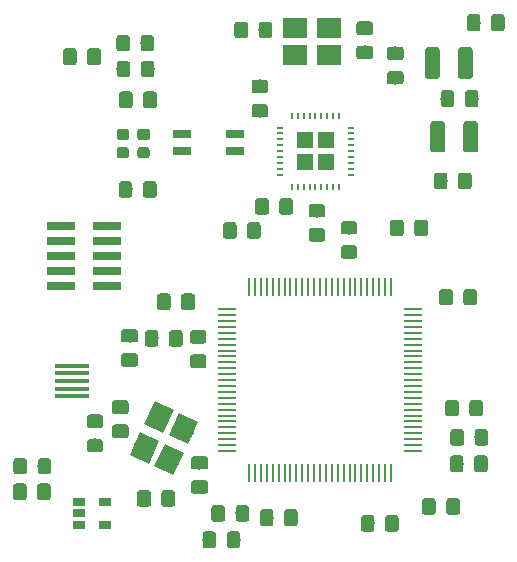
<source format=gtp>
G04 #@! TF.GenerationSoftware,KiCad,Pcbnew,(5.99.0-97-g37fac7a8f)*
G04 #@! TF.CreationDate,2019-12-11T21:19:42+01:00*
G04 #@! TF.ProjectId,canbox,63616e62-6f78-42e6-9b69-6361645f7063,rev?*
G04 #@! TF.SameCoordinates,Original*
G04 #@! TF.FileFunction,Paste,Top*
G04 #@! TF.FilePolarity,Positive*
%FSLAX46Y46*%
G04 Gerber Fmt 4.6, Leading zero omitted, Abs format (unit mm)*
G04 Created by KiCad (PCBNEW (5.99.0-97-g37fac7a8f)) date 2019-12-11 21:19:42*
%MOMM*%
%LPD*%
G04 APERTURE LIST*
%ADD10C,0.100000*%
%ADD11C,1.150000*%
%ADD12C,1.800000*%
%ADD13C,0.950000*%
%ADD14R,1.524000X0.700000*%
%ADD15R,1.500000X0.280000*%
%ADD16R,0.280000X1.500000*%
%ADD17R,2.400000X0.740000*%
%ADD18R,1.450000X1.450000*%
%ADD19O,0.600000X0.250000*%
%ADD20O,0.250000X0.600000*%
%ADD21C,1.250000*%
%ADD22R,1.060000X0.650000*%
%ADD23R,2.100000X1.800000*%
%ADD24R,3.000000X0.400000*%
G04 APERTURE END LIST*
D10*
G36*
X38051931Y-65836550D02*
G01*
X38133037Y-65890743D01*
X38187230Y-65971849D01*
X38206260Y-66067519D01*
X38206260Y-66967521D01*
X38187230Y-67063191D01*
X38133037Y-67144297D01*
X38051931Y-67198490D01*
X37956261Y-67217520D01*
X37306259Y-67217520D01*
X37210589Y-67198490D01*
X37129483Y-67144297D01*
X37075290Y-67063191D01*
X37056260Y-66967521D01*
X37056260Y-66067519D01*
X37075290Y-65971849D01*
X37129483Y-65890743D01*
X37210589Y-65836550D01*
X37306259Y-65817520D01*
X37956261Y-65817520D01*
X38051931Y-65836550D01*
X38051931Y-65836550D01*
G37*
D11*
X37631260Y-66517520D03*
D10*
G36*
X40101931Y-65836550D02*
G01*
X40183037Y-65890743D01*
X40237230Y-65971849D01*
X40256260Y-66067519D01*
X40256260Y-66967521D01*
X40237230Y-67063191D01*
X40183037Y-67144297D01*
X40101931Y-67198490D01*
X40006261Y-67217520D01*
X39356259Y-67217520D01*
X39260589Y-67198490D01*
X39179483Y-67144297D01*
X39125290Y-67063191D01*
X39106260Y-66967521D01*
X39106260Y-66067519D01*
X39125290Y-65971849D01*
X39179483Y-65890743D01*
X39260589Y-65836550D01*
X39356259Y-65817520D01*
X40006261Y-65817520D01*
X40101931Y-65836550D01*
X40101931Y-65836550D01*
G37*
D11*
X39681260Y-66517520D03*
D12*
X35447040Y-57103040D03*
D10*
G36*
X35075112Y-55771060D02*
G01*
X36706466Y-56531773D01*
X35818968Y-58435020D01*
X34187614Y-57674307D01*
X35075112Y-55771060D01*
X35075112Y-55771060D01*
G37*
D12*
X34221447Y-59731332D03*
D10*
G36*
X33849519Y-58399352D02*
G01*
X35480873Y-59160065D01*
X34593375Y-61063312D01*
X32962021Y-60302599D01*
X33849519Y-58399352D01*
X33849519Y-58399352D01*
G37*
D12*
X32136940Y-58759310D03*
D10*
G36*
X31765012Y-57427330D02*
G01*
X33396366Y-58188043D01*
X32508868Y-60091290D01*
X30877514Y-59330577D01*
X31765012Y-57427330D01*
X31765012Y-57427330D01*
G37*
D12*
X33362533Y-56131018D03*
D10*
G36*
X32990605Y-54799038D02*
G01*
X34621959Y-55559751D01*
X33734461Y-57462998D01*
X32103107Y-56702285D01*
X32990605Y-54799038D01*
X32990605Y-54799038D01*
G37*
G36*
X30685427Y-33282119D02*
G01*
X30762478Y-33333602D01*
X30813961Y-33410653D01*
X30832040Y-33501540D01*
X30832040Y-33976540D01*
X30813961Y-34067427D01*
X30762478Y-34144478D01*
X30685427Y-34195961D01*
X30594540Y-34214040D01*
X30019540Y-34214040D01*
X29928653Y-34195961D01*
X29851602Y-34144478D01*
X29800119Y-34067427D01*
X29782040Y-33976540D01*
X29782040Y-33501540D01*
X29800119Y-33410653D01*
X29851602Y-33333602D01*
X29928653Y-33282119D01*
X30019540Y-33264040D01*
X30594540Y-33264040D01*
X30685427Y-33282119D01*
X30685427Y-33282119D01*
G37*
D13*
X30307040Y-33739040D03*
D10*
G36*
X32435427Y-33282119D02*
G01*
X32512478Y-33333602D01*
X32563961Y-33410653D01*
X32582040Y-33501540D01*
X32582040Y-33976540D01*
X32563961Y-34067427D01*
X32512478Y-34144478D01*
X32435427Y-34195961D01*
X32344540Y-34214040D01*
X31769540Y-34214040D01*
X31678653Y-34195961D01*
X31601602Y-34144478D01*
X31550119Y-34067427D01*
X31532040Y-33976540D01*
X31532040Y-33501540D01*
X31550119Y-33410653D01*
X31601602Y-33333602D01*
X31678653Y-33282119D01*
X31769540Y-33264040D01*
X32344540Y-33264040D01*
X32435427Y-33282119D01*
X32435427Y-33282119D01*
G37*
D13*
X32057040Y-33739040D03*
D10*
G36*
X32444427Y-31721119D02*
G01*
X32521478Y-31772602D01*
X32572961Y-31849653D01*
X32591040Y-31940540D01*
X32591040Y-32415540D01*
X32572961Y-32506427D01*
X32521478Y-32583478D01*
X32444427Y-32634961D01*
X32353540Y-32653040D01*
X31778540Y-32653040D01*
X31687653Y-32634961D01*
X31610602Y-32583478D01*
X31559119Y-32506427D01*
X31541040Y-32415540D01*
X31541040Y-31940540D01*
X31559119Y-31849653D01*
X31610602Y-31772602D01*
X31687653Y-31721119D01*
X31778540Y-31703040D01*
X32353540Y-31703040D01*
X32444427Y-31721119D01*
X32444427Y-31721119D01*
G37*
D13*
X32066040Y-32178040D03*
D10*
G36*
X30694427Y-31721119D02*
G01*
X30771478Y-31772602D01*
X30822961Y-31849653D01*
X30841040Y-31940540D01*
X30841040Y-32415540D01*
X30822961Y-32506427D01*
X30771478Y-32583478D01*
X30694427Y-32634961D01*
X30603540Y-32653040D01*
X30028540Y-32653040D01*
X29937653Y-32634961D01*
X29860602Y-32583478D01*
X29809119Y-32506427D01*
X29791040Y-32415540D01*
X29791040Y-31940540D01*
X29809119Y-31849653D01*
X29860602Y-31772602D01*
X29937653Y-31721119D01*
X30028540Y-31703040D01*
X30603540Y-31703040D01*
X30694427Y-31721119D01*
X30694427Y-31721119D01*
G37*
D13*
X30316040Y-32178040D03*
D14*
X39788040Y-32195040D03*
X39788040Y-33595040D03*
X35288040Y-33595040D03*
X35288040Y-32195040D03*
D15*
X39100000Y-53000000D03*
X39100000Y-52500000D03*
D16*
X41000000Y-45100000D03*
X41500000Y-45100000D03*
X42000000Y-45100000D03*
X42500000Y-45100000D03*
X43000000Y-45100000D03*
X43500000Y-45100000D03*
X44000000Y-45100000D03*
X44500000Y-45100000D03*
X45000000Y-45100000D03*
X45500000Y-45100000D03*
X46000000Y-45100000D03*
X46500000Y-45100000D03*
X47000000Y-45100000D03*
X47500000Y-45100000D03*
X48000000Y-45100000D03*
X48500000Y-45100000D03*
X49000000Y-45100000D03*
X49500000Y-45100000D03*
X50000000Y-45100000D03*
X50500000Y-45100000D03*
X51000000Y-45100000D03*
X51500000Y-45100000D03*
X52000000Y-45100000D03*
X52500000Y-45100000D03*
X53000000Y-45100000D03*
D15*
X54900000Y-47000000D03*
X54900000Y-47500000D03*
X54900000Y-48000000D03*
X54900000Y-48500000D03*
X54900000Y-49000000D03*
X54900000Y-49500000D03*
X54900000Y-50000000D03*
X54900000Y-50500000D03*
X54900000Y-51000000D03*
X54900000Y-51500000D03*
X54900000Y-52000000D03*
X54900000Y-52500000D03*
X54900000Y-53000000D03*
X54900000Y-53500000D03*
X54900000Y-54000000D03*
X54900000Y-54500000D03*
X54900000Y-55000000D03*
X54900000Y-55500000D03*
X54900000Y-56000000D03*
X54900000Y-56500000D03*
X54900000Y-57000000D03*
X54900000Y-57500000D03*
X54900000Y-58000000D03*
X54900000Y-58500000D03*
X54900000Y-59000000D03*
D16*
X53000000Y-60900000D03*
X52500000Y-60900000D03*
X52000000Y-60900000D03*
X51500000Y-60900000D03*
X51000000Y-60900000D03*
X50500000Y-60900000D03*
X50000000Y-60900000D03*
X49500000Y-60900000D03*
X49000000Y-60900000D03*
X48500000Y-60900000D03*
X48000000Y-60900000D03*
X47500000Y-60900000D03*
X47000000Y-60900000D03*
X46500000Y-60900000D03*
X46000000Y-60900000D03*
X45500000Y-60900000D03*
X45000000Y-60900000D03*
X44500000Y-60900000D03*
X44000000Y-60900000D03*
X43500000Y-60900000D03*
X43000000Y-60900000D03*
X42500000Y-60900000D03*
X42000000Y-60900000D03*
X41500000Y-60900000D03*
X41000000Y-60900000D03*
D15*
X39100000Y-59000000D03*
X39100000Y-58500000D03*
X39100000Y-58000000D03*
X39100000Y-57500000D03*
X39100000Y-57000000D03*
X39100000Y-56500000D03*
X39100000Y-56000000D03*
X39100000Y-55500000D03*
X39100000Y-55000000D03*
X39100000Y-54500000D03*
X39100000Y-54000000D03*
X39100000Y-53500000D03*
X39100000Y-52000000D03*
X39100000Y-51500000D03*
X39100000Y-51000000D03*
X39100000Y-50500000D03*
X39100000Y-50000000D03*
X39100000Y-49500000D03*
X39100000Y-49000000D03*
X39100000Y-48500000D03*
X39100000Y-48000000D03*
X39100000Y-47500000D03*
X39100000Y-47000000D03*
D17*
X28975040Y-45015040D03*
X25075040Y-45015040D03*
X28975040Y-43745040D03*
X25075040Y-43745040D03*
X28975040Y-42475040D03*
X25075040Y-42475040D03*
X28975040Y-41205040D03*
X25075040Y-41205040D03*
X28975040Y-39935040D03*
X25075040Y-39935040D03*
D18*
X45695040Y-34545040D03*
X47545040Y-34545040D03*
X45695040Y-32695040D03*
X47545040Y-32695040D03*
D19*
X49620040Y-31620040D03*
X49620040Y-32120040D03*
X49620040Y-32620040D03*
X49620040Y-33120040D03*
X49620040Y-33620040D03*
X49620040Y-34120040D03*
X49620040Y-34620040D03*
X49620040Y-35120040D03*
X49620040Y-35620040D03*
D20*
X48620040Y-36620040D03*
X48120040Y-36620040D03*
X47620040Y-36620040D03*
X47120040Y-36620040D03*
X46620040Y-36620040D03*
X46120040Y-36620040D03*
X45620040Y-36620040D03*
X45120040Y-36620040D03*
X44620040Y-36620040D03*
D19*
X43620040Y-35620040D03*
X43620040Y-35120040D03*
X43620040Y-34620040D03*
X43620040Y-34120040D03*
X43620040Y-33620040D03*
X43620040Y-33120040D03*
X43620040Y-32620040D03*
X43620040Y-32120040D03*
X43620040Y-31620040D03*
D20*
X44620040Y-30620040D03*
X45120040Y-30620040D03*
X45620040Y-30620040D03*
X46120040Y-30620040D03*
X46620040Y-30620040D03*
X47120040Y-30620040D03*
X47620040Y-30620040D03*
X48120040Y-30620040D03*
X48620040Y-30620040D03*
D10*
G36*
X47280711Y-40149070D02*
G01*
X47361817Y-40203263D01*
X47416010Y-40284369D01*
X47435040Y-40380039D01*
X47435040Y-41030041D01*
X47416010Y-41125711D01*
X47361817Y-41206817D01*
X47280711Y-41261010D01*
X47185041Y-41280040D01*
X46285039Y-41280040D01*
X46189369Y-41261010D01*
X46108263Y-41206817D01*
X46054070Y-41125711D01*
X46035040Y-41030041D01*
X46035040Y-40380039D01*
X46054070Y-40284369D01*
X46108263Y-40203263D01*
X46189369Y-40149070D01*
X46285039Y-40130040D01*
X47185041Y-40130040D01*
X47280711Y-40149070D01*
X47280711Y-40149070D01*
G37*
D11*
X46735040Y-40705040D03*
D10*
G36*
X47280711Y-38099070D02*
G01*
X47361817Y-38153263D01*
X47416010Y-38234369D01*
X47435040Y-38330039D01*
X47435040Y-38980041D01*
X47416010Y-39075711D01*
X47361817Y-39156817D01*
X47280711Y-39211010D01*
X47185041Y-39230040D01*
X46285039Y-39230040D01*
X46189369Y-39211010D01*
X46108263Y-39156817D01*
X46054070Y-39075711D01*
X46035040Y-38980041D01*
X46035040Y-38330039D01*
X46054070Y-38234369D01*
X46108263Y-38153263D01*
X46189369Y-38099070D01*
X46285039Y-38080040D01*
X47185041Y-38080040D01*
X47280711Y-38099070D01*
X47280711Y-38099070D01*
G37*
D11*
X46735040Y-38655040D03*
D10*
G36*
X59765711Y-24839070D02*
G01*
X59846817Y-24893263D01*
X59901010Y-24974369D01*
X59920040Y-25070040D01*
X59920040Y-27220040D01*
X59901010Y-27315711D01*
X59846817Y-27396817D01*
X59765711Y-27451010D01*
X59670040Y-27470040D01*
X58920040Y-27470040D01*
X58824369Y-27451010D01*
X58743263Y-27396817D01*
X58689070Y-27315711D01*
X58670040Y-27220040D01*
X58670040Y-25070040D01*
X58689070Y-24974369D01*
X58743263Y-24893263D01*
X58824369Y-24839070D01*
X58920040Y-24820040D01*
X59670040Y-24820040D01*
X59765711Y-24839070D01*
X59765711Y-24839070D01*
G37*
D21*
X59295040Y-26145040D03*
D10*
G36*
X56965711Y-24839070D02*
G01*
X57046817Y-24893263D01*
X57101010Y-24974369D01*
X57120040Y-25070040D01*
X57120040Y-27220040D01*
X57101010Y-27315711D01*
X57046817Y-27396817D01*
X56965711Y-27451010D01*
X56870040Y-27470040D01*
X56120040Y-27470040D01*
X56024369Y-27451010D01*
X55943263Y-27396817D01*
X55889070Y-27315711D01*
X55870040Y-27220040D01*
X55870040Y-25070040D01*
X55889070Y-24974369D01*
X55943263Y-24893263D01*
X56024369Y-24839070D01*
X56120040Y-24820040D01*
X56870040Y-24820040D01*
X56965711Y-24839070D01*
X56965711Y-24839070D01*
G37*
D21*
X56495040Y-26145040D03*
D10*
G36*
X60245093Y-31094651D02*
G01*
X60326199Y-31148844D01*
X60380392Y-31229950D01*
X60399422Y-31325621D01*
X60399422Y-33475621D01*
X60380392Y-33571292D01*
X60326199Y-33652398D01*
X60245093Y-33706591D01*
X60149422Y-33725621D01*
X59399422Y-33725621D01*
X59303751Y-33706591D01*
X59222645Y-33652398D01*
X59168452Y-33571292D01*
X59149422Y-33475621D01*
X59149422Y-31325621D01*
X59168452Y-31229950D01*
X59222645Y-31148844D01*
X59303751Y-31094651D01*
X59399422Y-31075621D01*
X60149422Y-31075621D01*
X60245093Y-31094651D01*
X60245093Y-31094651D01*
G37*
D21*
X59774422Y-32400621D03*
D10*
G36*
X57445093Y-31094651D02*
G01*
X57526199Y-31148844D01*
X57580392Y-31229950D01*
X57599422Y-31325621D01*
X57599422Y-33475621D01*
X57580392Y-33571292D01*
X57526199Y-33652398D01*
X57445093Y-33706591D01*
X57349422Y-33725621D01*
X56599422Y-33725621D01*
X56503751Y-33706591D01*
X56422645Y-33652398D01*
X56368452Y-33571292D01*
X56349422Y-33475621D01*
X56349422Y-31325621D01*
X56368452Y-31229950D01*
X56422645Y-31148844D01*
X56503751Y-31094651D01*
X56599422Y-31075621D01*
X57349422Y-31075621D01*
X57445093Y-31094651D01*
X57445093Y-31094651D01*
G37*
D21*
X56974422Y-32400621D03*
D22*
X28825040Y-63335040D03*
X28825040Y-65235040D03*
X26625040Y-65235040D03*
X26625040Y-64285040D03*
X26625040Y-63335040D03*
D23*
X47785040Y-25455040D03*
X44885040Y-25455040D03*
X44885040Y-23155040D03*
X47785040Y-23155040D03*
D10*
G36*
X57640711Y-35449070D02*
G01*
X57721817Y-35503263D01*
X57776010Y-35584369D01*
X57795040Y-35680039D01*
X57795040Y-36580041D01*
X57776010Y-36675711D01*
X57721817Y-36756817D01*
X57640711Y-36811010D01*
X57545041Y-36830040D01*
X56895039Y-36830040D01*
X56799369Y-36811010D01*
X56718263Y-36756817D01*
X56664070Y-36675711D01*
X56645040Y-36580041D01*
X56645040Y-35680039D01*
X56664070Y-35584369D01*
X56718263Y-35503263D01*
X56799369Y-35449070D01*
X56895039Y-35430040D01*
X57545041Y-35430040D01*
X57640711Y-35449070D01*
X57640711Y-35449070D01*
G37*
D11*
X57220040Y-36130040D03*
D10*
G36*
X59690711Y-35449070D02*
G01*
X59771817Y-35503263D01*
X59826010Y-35584369D01*
X59845040Y-35680039D01*
X59845040Y-36580041D01*
X59826010Y-36675711D01*
X59771817Y-36756817D01*
X59690711Y-36811010D01*
X59595041Y-36830040D01*
X58945039Y-36830040D01*
X58849369Y-36811010D01*
X58768263Y-36756817D01*
X58714070Y-36675711D01*
X58695040Y-36580041D01*
X58695040Y-35680039D01*
X58714070Y-35584369D01*
X58768263Y-35503263D01*
X58849369Y-35449070D01*
X58945039Y-35430040D01*
X59595041Y-35430040D01*
X59690711Y-35449070D01*
X59690711Y-35449070D01*
G37*
D11*
X59270040Y-36130040D03*
D10*
G36*
X60430711Y-22044070D02*
G01*
X60511817Y-22098263D01*
X60566010Y-22179369D01*
X60585040Y-22275039D01*
X60585040Y-23175041D01*
X60566010Y-23270711D01*
X60511817Y-23351817D01*
X60430711Y-23406010D01*
X60335041Y-23425040D01*
X59685039Y-23425040D01*
X59589369Y-23406010D01*
X59508263Y-23351817D01*
X59454070Y-23270711D01*
X59435040Y-23175041D01*
X59435040Y-22275039D01*
X59454070Y-22179369D01*
X59508263Y-22098263D01*
X59589369Y-22044070D01*
X59685039Y-22025040D01*
X60335041Y-22025040D01*
X60430711Y-22044070D01*
X60430711Y-22044070D01*
G37*
D11*
X60010040Y-22725040D03*
D10*
G36*
X62480711Y-22044070D02*
G01*
X62561817Y-22098263D01*
X62616010Y-22179369D01*
X62635040Y-22275039D01*
X62635040Y-23175041D01*
X62616010Y-23270711D01*
X62561817Y-23351817D01*
X62480711Y-23406010D01*
X62385041Y-23425040D01*
X61735039Y-23425040D01*
X61639369Y-23406010D01*
X61558263Y-23351817D01*
X61504070Y-23270711D01*
X61485040Y-23175041D01*
X61485040Y-22275039D01*
X61504070Y-22179369D01*
X61558263Y-22098263D01*
X61639369Y-22044070D01*
X61735039Y-22025040D01*
X62385041Y-22025040D01*
X62480711Y-22044070D01*
X62480711Y-22044070D01*
G37*
D11*
X62060040Y-22725040D03*
D10*
G36*
X58211711Y-28480070D02*
G01*
X58292817Y-28534263D01*
X58347010Y-28615369D01*
X58366040Y-28711039D01*
X58366040Y-29611041D01*
X58347010Y-29706711D01*
X58292817Y-29787817D01*
X58211711Y-29842010D01*
X58116041Y-29861040D01*
X57466039Y-29861040D01*
X57370369Y-29842010D01*
X57289263Y-29787817D01*
X57235070Y-29706711D01*
X57216040Y-29611041D01*
X57216040Y-28711039D01*
X57235070Y-28615369D01*
X57289263Y-28534263D01*
X57370369Y-28480070D01*
X57466039Y-28461040D01*
X58116041Y-28461040D01*
X58211711Y-28480070D01*
X58211711Y-28480070D01*
G37*
D11*
X57791040Y-29161040D03*
D10*
G36*
X60261711Y-28480070D02*
G01*
X60342817Y-28534263D01*
X60397010Y-28615369D01*
X60416040Y-28711039D01*
X60416040Y-29611041D01*
X60397010Y-29706711D01*
X60342817Y-29787817D01*
X60261711Y-29842010D01*
X60166041Y-29861040D01*
X59516039Y-29861040D01*
X59420369Y-29842010D01*
X59339263Y-29787817D01*
X59285070Y-29706711D01*
X59266040Y-29611041D01*
X59266040Y-28711039D01*
X59285070Y-28615369D01*
X59339263Y-28534263D01*
X59420369Y-28480070D01*
X59516039Y-28461040D01*
X60166041Y-28461040D01*
X60261711Y-28480070D01*
X60261711Y-28480070D01*
G37*
D11*
X59841040Y-29161040D03*
D10*
G36*
X42515711Y-37614070D02*
G01*
X42596817Y-37668263D01*
X42651010Y-37749369D01*
X42670040Y-37845039D01*
X42670040Y-38745041D01*
X42651010Y-38840711D01*
X42596817Y-38921817D01*
X42515711Y-38976010D01*
X42420041Y-38995040D01*
X41770039Y-38995040D01*
X41674369Y-38976010D01*
X41593263Y-38921817D01*
X41539070Y-38840711D01*
X41520040Y-38745041D01*
X41520040Y-37845039D01*
X41539070Y-37749369D01*
X41593263Y-37668263D01*
X41674369Y-37614070D01*
X41770039Y-37595040D01*
X42420041Y-37595040D01*
X42515711Y-37614070D01*
X42515711Y-37614070D01*
G37*
D11*
X42095040Y-38295040D03*
D10*
G36*
X44565711Y-37614070D02*
G01*
X44646817Y-37668263D01*
X44701010Y-37749369D01*
X44720040Y-37845039D01*
X44720040Y-38745041D01*
X44701010Y-38840711D01*
X44646817Y-38921817D01*
X44565711Y-38976010D01*
X44470041Y-38995040D01*
X43820039Y-38995040D01*
X43724369Y-38976010D01*
X43643263Y-38921817D01*
X43589070Y-38840711D01*
X43570040Y-38745041D01*
X43570040Y-37845039D01*
X43589070Y-37749369D01*
X43643263Y-37668263D01*
X43724369Y-37614070D01*
X43820039Y-37595040D01*
X44470041Y-37595040D01*
X44565711Y-37614070D01*
X44565711Y-37614070D01*
G37*
D11*
X44145040Y-38295040D03*
D10*
G36*
X58595711Y-54684070D02*
G01*
X58676817Y-54738263D01*
X58731010Y-54819369D01*
X58750040Y-54915039D01*
X58750040Y-55815041D01*
X58731010Y-55910711D01*
X58676817Y-55991817D01*
X58595711Y-56046010D01*
X58500041Y-56065040D01*
X57850039Y-56065040D01*
X57754369Y-56046010D01*
X57673263Y-55991817D01*
X57619070Y-55910711D01*
X57600040Y-55815041D01*
X57600040Y-54915039D01*
X57619070Y-54819369D01*
X57673263Y-54738263D01*
X57754369Y-54684070D01*
X57850039Y-54665040D01*
X58500041Y-54665040D01*
X58595711Y-54684070D01*
X58595711Y-54684070D01*
G37*
D11*
X58175040Y-55365040D03*
D10*
G36*
X60645711Y-54684070D02*
G01*
X60726817Y-54738263D01*
X60781010Y-54819369D01*
X60800040Y-54915039D01*
X60800040Y-55815041D01*
X60781010Y-55910711D01*
X60726817Y-55991817D01*
X60645711Y-56046010D01*
X60550041Y-56065040D01*
X59900039Y-56065040D01*
X59804369Y-56046010D01*
X59723263Y-55991817D01*
X59669070Y-55910711D01*
X59650040Y-55815041D01*
X59650040Y-54915039D01*
X59669070Y-54819369D01*
X59723263Y-54738263D01*
X59804369Y-54684070D01*
X59900039Y-54665040D01*
X60550041Y-54665040D01*
X60645711Y-54684070D01*
X60645711Y-54684070D01*
G37*
D11*
X60225040Y-55365040D03*
D10*
G36*
X59035711Y-57174070D02*
G01*
X59116817Y-57228263D01*
X59171010Y-57309369D01*
X59190040Y-57405039D01*
X59190040Y-58305041D01*
X59171010Y-58400711D01*
X59116817Y-58481817D01*
X59035711Y-58536010D01*
X58940041Y-58555040D01*
X58290039Y-58555040D01*
X58194369Y-58536010D01*
X58113263Y-58481817D01*
X58059070Y-58400711D01*
X58040040Y-58305041D01*
X58040040Y-57405039D01*
X58059070Y-57309369D01*
X58113263Y-57228263D01*
X58194369Y-57174070D01*
X58290039Y-57155040D01*
X58940041Y-57155040D01*
X59035711Y-57174070D01*
X59035711Y-57174070D01*
G37*
D11*
X58615040Y-57855040D03*
D10*
G36*
X61085711Y-57174070D02*
G01*
X61166817Y-57228263D01*
X61221010Y-57309369D01*
X61240040Y-57405039D01*
X61240040Y-58305041D01*
X61221010Y-58400711D01*
X61166817Y-58481817D01*
X61085711Y-58536010D01*
X60990041Y-58555040D01*
X60340039Y-58555040D01*
X60244369Y-58536010D01*
X60163263Y-58481817D01*
X60109070Y-58400711D01*
X60090040Y-58305041D01*
X60090040Y-57405039D01*
X60109070Y-57309369D01*
X60163263Y-57228263D01*
X60244369Y-57174070D01*
X60340039Y-57155040D01*
X60990041Y-57155040D01*
X61085711Y-57174070D01*
X61085711Y-57174070D01*
G37*
D11*
X60665040Y-57855040D03*
D10*
G36*
X34195711Y-45684070D02*
G01*
X34276817Y-45738263D01*
X34331010Y-45819369D01*
X34350040Y-45915039D01*
X34350040Y-46815041D01*
X34331010Y-46910711D01*
X34276817Y-46991817D01*
X34195711Y-47046010D01*
X34100041Y-47065040D01*
X33450039Y-47065040D01*
X33354369Y-47046010D01*
X33273263Y-46991817D01*
X33219070Y-46910711D01*
X33200040Y-46815041D01*
X33200040Y-45915039D01*
X33219070Y-45819369D01*
X33273263Y-45738263D01*
X33354369Y-45684070D01*
X33450039Y-45665040D01*
X34100041Y-45665040D01*
X34195711Y-45684070D01*
X34195711Y-45684070D01*
G37*
D11*
X33775040Y-46365040D03*
D10*
G36*
X36245711Y-45684070D02*
G01*
X36326817Y-45738263D01*
X36381010Y-45819369D01*
X36400040Y-45915039D01*
X36400040Y-46815041D01*
X36381010Y-46910711D01*
X36326817Y-46991817D01*
X36245711Y-47046010D01*
X36150041Y-47065040D01*
X35500039Y-47065040D01*
X35404369Y-47046010D01*
X35323263Y-46991817D01*
X35269070Y-46910711D01*
X35250040Y-46815041D01*
X35250040Y-45915039D01*
X35269070Y-45819369D01*
X35323263Y-45738263D01*
X35404369Y-45684070D01*
X35500039Y-45665040D01*
X36150041Y-45665040D01*
X36245711Y-45684070D01*
X36245711Y-45684070D01*
G37*
D11*
X35825040Y-46365040D03*
D10*
G36*
X33165093Y-48779651D02*
G01*
X33246199Y-48833844D01*
X33300392Y-48914950D01*
X33319422Y-49010620D01*
X33319422Y-49910622D01*
X33300392Y-50006292D01*
X33246199Y-50087398D01*
X33165093Y-50141591D01*
X33069423Y-50160621D01*
X32419421Y-50160621D01*
X32323751Y-50141591D01*
X32242645Y-50087398D01*
X32188452Y-50006292D01*
X32169422Y-49910622D01*
X32169422Y-49010620D01*
X32188452Y-48914950D01*
X32242645Y-48833844D01*
X32323751Y-48779651D01*
X32419421Y-48760621D01*
X33069423Y-48760621D01*
X33165093Y-48779651D01*
X33165093Y-48779651D01*
G37*
D11*
X32744422Y-49460621D03*
D10*
G36*
X35215093Y-48779651D02*
G01*
X35296199Y-48833844D01*
X35350392Y-48914950D01*
X35369422Y-49010620D01*
X35369422Y-49910622D01*
X35350392Y-50006292D01*
X35296199Y-50087398D01*
X35215093Y-50141591D01*
X35119423Y-50160621D01*
X34469421Y-50160621D01*
X34373751Y-50141591D01*
X34292645Y-50087398D01*
X34238452Y-50006292D01*
X34219422Y-49910622D01*
X34219422Y-49010620D01*
X34238452Y-48914950D01*
X34292645Y-48833844D01*
X34373751Y-48779651D01*
X34469421Y-48760621D01*
X35119423Y-48760621D01*
X35215093Y-48779651D01*
X35215093Y-48779651D01*
G37*
D11*
X34794422Y-49460621D03*
D10*
G36*
X21997711Y-61757070D02*
G01*
X22078817Y-61811263D01*
X22133010Y-61892369D01*
X22152040Y-61988039D01*
X22152040Y-62888041D01*
X22133010Y-62983711D01*
X22078817Y-63064817D01*
X21997711Y-63119010D01*
X21902041Y-63138040D01*
X21252039Y-63138040D01*
X21156369Y-63119010D01*
X21075263Y-63064817D01*
X21021070Y-62983711D01*
X21002040Y-62888041D01*
X21002040Y-61988039D01*
X21021070Y-61892369D01*
X21075263Y-61811263D01*
X21156369Y-61757070D01*
X21252039Y-61738040D01*
X21902041Y-61738040D01*
X21997711Y-61757070D01*
X21997711Y-61757070D01*
G37*
D11*
X21577040Y-62438040D03*
D10*
G36*
X24047711Y-61757070D02*
G01*
X24128817Y-61811263D01*
X24183010Y-61892369D01*
X24202040Y-61988039D01*
X24202040Y-62888041D01*
X24183010Y-62983711D01*
X24128817Y-63064817D01*
X24047711Y-63119010D01*
X23952041Y-63138040D01*
X23302039Y-63138040D01*
X23206369Y-63119010D01*
X23125263Y-63064817D01*
X23071070Y-62983711D01*
X23052040Y-62888041D01*
X23052040Y-61988039D01*
X23071070Y-61892369D01*
X23125263Y-61811263D01*
X23206369Y-61757070D01*
X23302039Y-61738040D01*
X23952041Y-61738040D01*
X24047711Y-61757070D01*
X24047711Y-61757070D01*
G37*
D11*
X23627040Y-62438040D03*
D10*
G36*
X30755711Y-23774070D02*
G01*
X30836817Y-23828263D01*
X30891010Y-23909369D01*
X30910040Y-24005039D01*
X30910040Y-24905041D01*
X30891010Y-25000711D01*
X30836817Y-25081817D01*
X30755711Y-25136010D01*
X30660041Y-25155040D01*
X30010039Y-25155040D01*
X29914369Y-25136010D01*
X29833263Y-25081817D01*
X29779070Y-25000711D01*
X29760040Y-24905041D01*
X29760040Y-24005039D01*
X29779070Y-23909369D01*
X29833263Y-23828263D01*
X29914369Y-23774070D01*
X30010039Y-23755040D01*
X30660041Y-23755040D01*
X30755711Y-23774070D01*
X30755711Y-23774070D01*
G37*
D11*
X30335040Y-24455040D03*
D10*
G36*
X32805711Y-23774070D02*
G01*
X32886817Y-23828263D01*
X32941010Y-23909369D01*
X32960040Y-24005039D01*
X32960040Y-24905041D01*
X32941010Y-25000711D01*
X32886817Y-25081817D01*
X32805711Y-25136010D01*
X32710041Y-25155040D01*
X32060039Y-25155040D01*
X31964369Y-25136010D01*
X31883263Y-25081817D01*
X31829070Y-25000711D01*
X31810040Y-24905041D01*
X31810040Y-24005039D01*
X31829070Y-23909369D01*
X31883263Y-23828263D01*
X31964369Y-23774070D01*
X32060039Y-23755040D01*
X32710041Y-23755040D01*
X32805711Y-23774070D01*
X32805711Y-23774070D01*
G37*
D11*
X32385040Y-24455040D03*
D10*
G36*
X33030711Y-28574070D02*
G01*
X33111817Y-28628263D01*
X33166010Y-28709369D01*
X33185040Y-28805039D01*
X33185040Y-29705041D01*
X33166010Y-29800711D01*
X33111817Y-29881817D01*
X33030711Y-29936010D01*
X32935041Y-29955040D01*
X32285039Y-29955040D01*
X32189369Y-29936010D01*
X32108263Y-29881817D01*
X32054070Y-29800711D01*
X32035040Y-29705041D01*
X32035040Y-28805039D01*
X32054070Y-28709369D01*
X32108263Y-28628263D01*
X32189369Y-28574070D01*
X32285039Y-28555040D01*
X32935041Y-28555040D01*
X33030711Y-28574070D01*
X33030711Y-28574070D01*
G37*
D11*
X32610040Y-29255040D03*
D10*
G36*
X30980711Y-28574070D02*
G01*
X31061817Y-28628263D01*
X31116010Y-28709369D01*
X31135040Y-28805039D01*
X31135040Y-29705041D01*
X31116010Y-29800711D01*
X31061817Y-29881817D01*
X30980711Y-29936010D01*
X30885041Y-29955040D01*
X30235039Y-29955040D01*
X30139369Y-29936010D01*
X30058263Y-29881817D01*
X30004070Y-29800711D01*
X29985040Y-29705041D01*
X29985040Y-28805039D01*
X30004070Y-28709369D01*
X30058263Y-28628263D01*
X30139369Y-28574070D01*
X30235039Y-28555040D01*
X30885041Y-28555040D01*
X30980711Y-28574070D01*
X30980711Y-28574070D01*
G37*
D11*
X30560040Y-29255040D03*
D10*
G36*
X33005711Y-36174070D02*
G01*
X33086817Y-36228263D01*
X33141010Y-36309369D01*
X33160040Y-36405039D01*
X33160040Y-37305041D01*
X33141010Y-37400711D01*
X33086817Y-37481817D01*
X33005711Y-37536010D01*
X32910041Y-37555040D01*
X32260039Y-37555040D01*
X32164369Y-37536010D01*
X32083263Y-37481817D01*
X32029070Y-37400711D01*
X32010040Y-37305041D01*
X32010040Y-36405039D01*
X32029070Y-36309369D01*
X32083263Y-36228263D01*
X32164369Y-36174070D01*
X32260039Y-36155040D01*
X32910041Y-36155040D01*
X33005711Y-36174070D01*
X33005711Y-36174070D01*
G37*
D11*
X32585040Y-36855040D03*
D10*
G36*
X30955711Y-36174070D02*
G01*
X31036817Y-36228263D01*
X31091010Y-36309369D01*
X31110040Y-36405039D01*
X31110040Y-37305041D01*
X31091010Y-37400711D01*
X31036817Y-37481817D01*
X30955711Y-37536010D01*
X30860041Y-37555040D01*
X30210039Y-37555040D01*
X30114369Y-37536010D01*
X30033263Y-37481817D01*
X29979070Y-37400711D01*
X29960040Y-37305041D01*
X29960040Y-36405039D01*
X29979070Y-36309369D01*
X30033263Y-36228263D01*
X30114369Y-36174070D01*
X30210039Y-36155040D01*
X30860041Y-36155040D01*
X30955711Y-36174070D01*
X30955711Y-36174070D01*
G37*
D11*
X30535040Y-36855040D03*
D10*
G36*
X53935711Y-26834070D02*
G01*
X54016817Y-26888263D01*
X54071010Y-26969369D01*
X54090040Y-27065039D01*
X54090040Y-27715041D01*
X54071010Y-27810711D01*
X54016817Y-27891817D01*
X53935711Y-27946010D01*
X53840041Y-27965040D01*
X52940039Y-27965040D01*
X52844369Y-27946010D01*
X52763263Y-27891817D01*
X52709070Y-27810711D01*
X52690040Y-27715041D01*
X52690040Y-27065039D01*
X52709070Y-26969369D01*
X52763263Y-26888263D01*
X52844369Y-26834070D01*
X52940039Y-26815040D01*
X53840041Y-26815040D01*
X53935711Y-26834070D01*
X53935711Y-26834070D01*
G37*
D11*
X53390040Y-27390040D03*
D10*
G36*
X53935711Y-24784070D02*
G01*
X54016817Y-24838263D01*
X54071010Y-24919369D01*
X54090040Y-25015039D01*
X54090040Y-25665041D01*
X54071010Y-25760711D01*
X54016817Y-25841817D01*
X53935711Y-25896010D01*
X53840041Y-25915040D01*
X52940039Y-25915040D01*
X52844369Y-25896010D01*
X52763263Y-25841817D01*
X52709070Y-25760711D01*
X52690040Y-25665041D01*
X52690040Y-25015039D01*
X52709070Y-24919369D01*
X52763263Y-24838263D01*
X52844369Y-24784070D01*
X52940039Y-24765040D01*
X53840041Y-24765040D01*
X53935711Y-24784070D01*
X53935711Y-24784070D01*
G37*
D11*
X53390040Y-25340040D03*
D10*
G36*
X53935711Y-39424070D02*
G01*
X54016817Y-39478263D01*
X54071010Y-39559369D01*
X54090040Y-39655039D01*
X54090040Y-40555041D01*
X54071010Y-40650711D01*
X54016817Y-40731817D01*
X53935711Y-40786010D01*
X53840041Y-40805040D01*
X53190039Y-40805040D01*
X53094369Y-40786010D01*
X53013263Y-40731817D01*
X52959070Y-40650711D01*
X52940040Y-40555041D01*
X52940040Y-39655039D01*
X52959070Y-39559369D01*
X53013263Y-39478263D01*
X53094369Y-39424070D01*
X53190039Y-39405040D01*
X53840041Y-39405040D01*
X53935711Y-39424070D01*
X53935711Y-39424070D01*
G37*
D11*
X53515040Y-40105040D03*
D10*
G36*
X55985711Y-39424070D02*
G01*
X56066817Y-39478263D01*
X56121010Y-39559369D01*
X56140040Y-39655039D01*
X56140040Y-40555041D01*
X56121010Y-40650711D01*
X56066817Y-40731817D01*
X55985711Y-40786010D01*
X55890041Y-40805040D01*
X55240039Y-40805040D01*
X55144369Y-40786010D01*
X55063263Y-40731817D01*
X55009070Y-40650711D01*
X54990040Y-40555041D01*
X54990040Y-39655039D01*
X55009070Y-39559369D01*
X55063263Y-39478263D01*
X55144369Y-39424070D01*
X55240039Y-39405040D01*
X55890041Y-39405040D01*
X55985711Y-39424070D01*
X55985711Y-39424070D01*
G37*
D11*
X55565040Y-40105040D03*
D10*
G36*
X50000711Y-39539070D02*
G01*
X50081817Y-39593263D01*
X50136010Y-39674369D01*
X50155040Y-39770039D01*
X50155040Y-40420041D01*
X50136010Y-40515711D01*
X50081817Y-40596817D01*
X50000711Y-40651010D01*
X49905041Y-40670040D01*
X49005039Y-40670040D01*
X48909369Y-40651010D01*
X48828263Y-40596817D01*
X48774070Y-40515711D01*
X48755040Y-40420041D01*
X48755040Y-39770039D01*
X48774070Y-39674369D01*
X48828263Y-39593263D01*
X48909369Y-39539070D01*
X49005039Y-39520040D01*
X49905041Y-39520040D01*
X50000711Y-39539070D01*
X50000711Y-39539070D01*
G37*
D11*
X49455040Y-40095040D03*
D10*
G36*
X50000711Y-41589070D02*
G01*
X50081817Y-41643263D01*
X50136010Y-41724369D01*
X50155040Y-41820039D01*
X50155040Y-42470041D01*
X50136010Y-42565711D01*
X50081817Y-42646817D01*
X50000711Y-42701010D01*
X49905041Y-42720040D01*
X49005039Y-42720040D01*
X48909369Y-42701010D01*
X48828263Y-42646817D01*
X48774070Y-42565711D01*
X48755040Y-42470041D01*
X48755040Y-41820039D01*
X48774070Y-41724369D01*
X48828263Y-41643263D01*
X48909369Y-41589070D01*
X49005039Y-41570040D01*
X49905041Y-41570040D01*
X50000711Y-41589070D01*
X50000711Y-41589070D01*
G37*
D11*
X49455040Y-42145040D03*
D24*
X26000000Y-54370000D03*
X26000000Y-53720000D03*
X26000000Y-53070000D03*
X26000000Y-52420000D03*
X26000000Y-51770000D03*
D10*
G36*
X22045711Y-59598070D02*
G01*
X22126817Y-59652263D01*
X22181010Y-59733369D01*
X22200040Y-59829039D01*
X22200040Y-60729041D01*
X22181010Y-60824711D01*
X22126817Y-60905817D01*
X22045711Y-60960010D01*
X21950041Y-60979040D01*
X21300039Y-60979040D01*
X21204369Y-60960010D01*
X21123263Y-60905817D01*
X21069070Y-60824711D01*
X21050040Y-60729041D01*
X21050040Y-59829039D01*
X21069070Y-59733369D01*
X21123263Y-59652263D01*
X21204369Y-59598070D01*
X21300039Y-59579040D01*
X21950041Y-59579040D01*
X22045711Y-59598070D01*
X22045711Y-59598070D01*
G37*
D11*
X21625040Y-60279040D03*
D10*
G36*
X24095711Y-59598070D02*
G01*
X24176817Y-59652263D01*
X24231010Y-59733369D01*
X24250040Y-59829039D01*
X24250040Y-60729041D01*
X24231010Y-60824711D01*
X24176817Y-60905817D01*
X24095711Y-60960010D01*
X24000041Y-60979040D01*
X23350039Y-60979040D01*
X23254369Y-60960010D01*
X23173263Y-60905817D01*
X23119070Y-60824711D01*
X23100040Y-60729041D01*
X23100040Y-59829039D01*
X23119070Y-59733369D01*
X23173263Y-59652263D01*
X23254369Y-59598070D01*
X23350039Y-59579040D01*
X24000041Y-59579040D01*
X24095711Y-59598070D01*
X24095711Y-59598070D01*
G37*
D11*
X23675040Y-60279040D03*
D10*
G36*
X26242091Y-24919690D02*
G01*
X26323197Y-24973883D01*
X26377390Y-25054989D01*
X26396420Y-25150659D01*
X26396420Y-26050661D01*
X26377390Y-26146331D01*
X26323197Y-26227437D01*
X26242091Y-26281630D01*
X26146421Y-26300660D01*
X25496419Y-26300660D01*
X25400749Y-26281630D01*
X25319643Y-26227437D01*
X25265450Y-26146331D01*
X25246420Y-26050661D01*
X25246420Y-25150659D01*
X25265450Y-25054989D01*
X25319643Y-24973883D01*
X25400749Y-24919690D01*
X25496419Y-24900660D01*
X26146421Y-24900660D01*
X26242091Y-24919690D01*
X26242091Y-24919690D01*
G37*
D11*
X25821420Y-25600660D03*
D10*
G36*
X28292091Y-24919690D02*
G01*
X28373197Y-24973883D01*
X28427390Y-25054989D01*
X28446420Y-25150659D01*
X28446420Y-26050661D01*
X28427390Y-26146331D01*
X28373197Y-26227437D01*
X28292091Y-26281630D01*
X28196421Y-26300660D01*
X27546419Y-26300660D01*
X27450749Y-26281630D01*
X27369643Y-26227437D01*
X27315450Y-26146331D01*
X27296420Y-26050661D01*
X27296420Y-25150659D01*
X27315450Y-25054989D01*
X27369643Y-24973883D01*
X27450749Y-24919690D01*
X27546419Y-24900660D01*
X28196421Y-24900660D01*
X28292091Y-24919690D01*
X28292091Y-24919690D01*
G37*
D11*
X27871420Y-25600660D03*
D10*
G36*
X44955711Y-63954070D02*
G01*
X45036817Y-64008263D01*
X45091010Y-64089369D01*
X45110040Y-64185039D01*
X45110040Y-65085041D01*
X45091010Y-65180711D01*
X45036817Y-65261817D01*
X44955711Y-65316010D01*
X44860041Y-65335040D01*
X44210039Y-65335040D01*
X44114369Y-65316010D01*
X44033263Y-65261817D01*
X43979070Y-65180711D01*
X43960040Y-65085041D01*
X43960040Y-64185039D01*
X43979070Y-64089369D01*
X44033263Y-64008263D01*
X44114369Y-63954070D01*
X44210039Y-63935040D01*
X44860041Y-63935040D01*
X44955711Y-63954070D01*
X44955711Y-63954070D01*
G37*
D11*
X44535040Y-64635040D03*
D10*
G36*
X42905711Y-63954070D02*
G01*
X42986817Y-64008263D01*
X43041010Y-64089369D01*
X43060040Y-64185039D01*
X43060040Y-65085041D01*
X43041010Y-65180711D01*
X42986817Y-65261817D01*
X42905711Y-65316010D01*
X42810041Y-65335040D01*
X42160039Y-65335040D01*
X42064369Y-65316010D01*
X41983263Y-65261817D01*
X41929070Y-65180711D01*
X41910040Y-65085041D01*
X41910040Y-64185039D01*
X41929070Y-64089369D01*
X41983263Y-64008263D01*
X42064369Y-63954070D01*
X42160039Y-63935040D01*
X42810041Y-63935040D01*
X42905711Y-63954070D01*
X42905711Y-63954070D01*
G37*
D11*
X42485040Y-64635040D03*
D10*
G36*
X28495093Y-55929651D02*
G01*
X28576199Y-55983844D01*
X28630392Y-56064950D01*
X28649422Y-56160620D01*
X28649422Y-56810622D01*
X28630392Y-56906292D01*
X28576199Y-56987398D01*
X28495093Y-57041591D01*
X28399423Y-57060621D01*
X27499421Y-57060621D01*
X27403751Y-57041591D01*
X27322645Y-56987398D01*
X27268452Y-56906292D01*
X27249422Y-56810622D01*
X27249422Y-56160620D01*
X27268452Y-56064950D01*
X27322645Y-55983844D01*
X27403751Y-55929651D01*
X27499421Y-55910621D01*
X28399423Y-55910621D01*
X28495093Y-55929651D01*
X28495093Y-55929651D01*
G37*
D11*
X27949422Y-56485621D03*
D10*
G36*
X28495093Y-57979651D02*
G01*
X28576199Y-58033844D01*
X28630392Y-58114950D01*
X28649422Y-58210620D01*
X28649422Y-58860622D01*
X28630392Y-58956292D01*
X28576199Y-59037398D01*
X28495093Y-59091591D01*
X28399423Y-59110621D01*
X27499421Y-59110621D01*
X27403751Y-59091591D01*
X27322645Y-59037398D01*
X27268452Y-58956292D01*
X27249422Y-58860622D01*
X27249422Y-58210620D01*
X27268452Y-58114950D01*
X27322645Y-58033844D01*
X27403751Y-57979651D01*
X27499421Y-57960621D01*
X28399423Y-57960621D01*
X28495093Y-57979651D01*
X28495093Y-57979651D01*
G37*
D11*
X27949422Y-58535621D03*
D10*
G36*
X32830711Y-25974070D02*
G01*
X32911817Y-26028263D01*
X32966010Y-26109369D01*
X32985040Y-26205039D01*
X32985040Y-27105041D01*
X32966010Y-27200711D01*
X32911817Y-27281817D01*
X32830711Y-27336010D01*
X32735041Y-27355040D01*
X32085039Y-27355040D01*
X31989369Y-27336010D01*
X31908263Y-27281817D01*
X31854070Y-27200711D01*
X31835040Y-27105041D01*
X31835040Y-26205039D01*
X31854070Y-26109369D01*
X31908263Y-26028263D01*
X31989369Y-25974070D01*
X32085039Y-25955040D01*
X32735041Y-25955040D01*
X32830711Y-25974070D01*
X32830711Y-25974070D01*
G37*
D11*
X32410040Y-26655040D03*
D10*
G36*
X30780711Y-25974070D02*
G01*
X30861817Y-26028263D01*
X30916010Y-26109369D01*
X30935040Y-26205039D01*
X30935040Y-27105041D01*
X30916010Y-27200711D01*
X30861817Y-27281817D01*
X30780711Y-27336010D01*
X30685041Y-27355040D01*
X30035039Y-27355040D01*
X29939369Y-27336010D01*
X29858263Y-27281817D01*
X29804070Y-27200711D01*
X29785040Y-27105041D01*
X29785040Y-26205039D01*
X29804070Y-26109369D01*
X29858263Y-26028263D01*
X29939369Y-25974070D01*
X30035039Y-25955040D01*
X30685041Y-25955040D01*
X30780711Y-25974070D01*
X30780711Y-25974070D01*
G37*
D11*
X30360040Y-26655040D03*
D10*
G36*
X40755711Y-22664070D02*
G01*
X40836817Y-22718263D01*
X40891010Y-22799369D01*
X40910040Y-22895039D01*
X40910040Y-23795041D01*
X40891010Y-23890711D01*
X40836817Y-23971817D01*
X40755711Y-24026010D01*
X40660041Y-24045040D01*
X40010039Y-24045040D01*
X39914369Y-24026010D01*
X39833263Y-23971817D01*
X39779070Y-23890711D01*
X39760040Y-23795041D01*
X39760040Y-22895039D01*
X39779070Y-22799369D01*
X39833263Y-22718263D01*
X39914369Y-22664070D01*
X40010039Y-22645040D01*
X40660041Y-22645040D01*
X40755711Y-22664070D01*
X40755711Y-22664070D01*
G37*
D11*
X40335040Y-23345040D03*
D10*
G36*
X42805711Y-22664070D02*
G01*
X42886817Y-22718263D01*
X42941010Y-22799369D01*
X42960040Y-22895039D01*
X42960040Y-23795041D01*
X42941010Y-23890711D01*
X42886817Y-23971817D01*
X42805711Y-24026010D01*
X42710041Y-24045040D01*
X42060039Y-24045040D01*
X41964369Y-24026010D01*
X41883263Y-23971817D01*
X41829070Y-23890711D01*
X41810040Y-23795041D01*
X41810040Y-22895039D01*
X41829070Y-22799369D01*
X41883263Y-22718263D01*
X41964369Y-22664070D01*
X42060039Y-22645040D01*
X42710041Y-22645040D01*
X42805711Y-22664070D01*
X42805711Y-22664070D01*
G37*
D11*
X42385040Y-23345040D03*
D10*
G36*
X51330711Y-24699070D02*
G01*
X51411817Y-24753263D01*
X51466010Y-24834369D01*
X51485040Y-24930039D01*
X51485040Y-25580041D01*
X51466010Y-25675711D01*
X51411817Y-25756817D01*
X51330711Y-25811010D01*
X51235041Y-25830040D01*
X50335039Y-25830040D01*
X50239369Y-25811010D01*
X50158263Y-25756817D01*
X50104070Y-25675711D01*
X50085040Y-25580041D01*
X50085040Y-24930039D01*
X50104070Y-24834369D01*
X50158263Y-24753263D01*
X50239369Y-24699070D01*
X50335039Y-24680040D01*
X51235041Y-24680040D01*
X51330711Y-24699070D01*
X51330711Y-24699070D01*
G37*
D11*
X50785040Y-25255040D03*
D10*
G36*
X51330711Y-22649070D02*
G01*
X51411817Y-22703263D01*
X51466010Y-22784369D01*
X51485040Y-22880039D01*
X51485040Y-23530041D01*
X51466010Y-23625711D01*
X51411817Y-23706817D01*
X51330711Y-23761010D01*
X51235041Y-23780040D01*
X50335039Y-23780040D01*
X50239369Y-23761010D01*
X50158263Y-23706817D01*
X50104070Y-23625711D01*
X50085040Y-23530041D01*
X50085040Y-22880039D01*
X50104070Y-22784369D01*
X50158263Y-22703263D01*
X50239369Y-22649070D01*
X50335039Y-22630040D01*
X51235041Y-22630040D01*
X51330711Y-22649070D01*
X51330711Y-22649070D01*
G37*
D11*
X50785040Y-23205040D03*
D10*
G36*
X42450711Y-27579070D02*
G01*
X42531817Y-27633263D01*
X42586010Y-27714369D01*
X42605040Y-27810039D01*
X42605040Y-28460041D01*
X42586010Y-28555711D01*
X42531817Y-28636817D01*
X42450711Y-28691010D01*
X42355041Y-28710040D01*
X41455039Y-28710040D01*
X41359369Y-28691010D01*
X41278263Y-28636817D01*
X41224070Y-28555711D01*
X41205040Y-28460041D01*
X41205040Y-27810039D01*
X41224070Y-27714369D01*
X41278263Y-27633263D01*
X41359369Y-27579070D01*
X41455039Y-27560040D01*
X42355041Y-27560040D01*
X42450711Y-27579070D01*
X42450711Y-27579070D01*
G37*
D11*
X41905040Y-28135040D03*
D10*
G36*
X42450711Y-29629070D02*
G01*
X42531817Y-29683263D01*
X42586010Y-29764369D01*
X42605040Y-29860039D01*
X42605040Y-30510041D01*
X42586010Y-30605711D01*
X42531817Y-30686817D01*
X42450711Y-30741010D01*
X42355041Y-30760040D01*
X41455039Y-30760040D01*
X41359369Y-30741010D01*
X41278263Y-30686817D01*
X41224070Y-30605711D01*
X41205040Y-30510041D01*
X41205040Y-29860039D01*
X41224070Y-29764369D01*
X41278263Y-29683263D01*
X41359369Y-29629070D01*
X41455039Y-29610040D01*
X42355041Y-29610040D01*
X42450711Y-29629070D01*
X42450711Y-29629070D01*
G37*
D11*
X41905040Y-30185040D03*
D10*
G36*
X61046329Y-59398489D02*
G01*
X61127435Y-59452682D01*
X61181628Y-59533788D01*
X61200658Y-59629458D01*
X61200658Y-60529460D01*
X61181628Y-60625130D01*
X61127435Y-60706236D01*
X61046329Y-60760429D01*
X60950659Y-60779459D01*
X60300657Y-60779459D01*
X60204987Y-60760429D01*
X60123881Y-60706236D01*
X60069688Y-60625130D01*
X60050658Y-60529460D01*
X60050658Y-59629458D01*
X60069688Y-59533788D01*
X60123881Y-59452682D01*
X60204987Y-59398489D01*
X60300657Y-59379459D01*
X60950659Y-59379459D01*
X61046329Y-59398489D01*
X61046329Y-59398489D01*
G37*
D11*
X60625658Y-60079459D03*
D10*
G36*
X58996329Y-59398489D02*
G01*
X59077435Y-59452682D01*
X59131628Y-59533788D01*
X59150658Y-59629458D01*
X59150658Y-60529460D01*
X59131628Y-60625130D01*
X59077435Y-60706236D01*
X58996329Y-60760429D01*
X58900659Y-60779459D01*
X58250657Y-60779459D01*
X58154987Y-60760429D01*
X58073881Y-60706236D01*
X58019688Y-60625130D01*
X58000658Y-60529460D01*
X58000658Y-59629458D01*
X58019688Y-59533788D01*
X58073881Y-59452682D01*
X58154987Y-59398489D01*
X58250657Y-59379459D01*
X58900659Y-59379459D01*
X58996329Y-59398489D01*
X58996329Y-59398489D01*
G37*
D11*
X58575658Y-60079459D03*
D10*
G36*
X53510711Y-64444070D02*
G01*
X53591817Y-64498263D01*
X53646010Y-64579369D01*
X53665040Y-64675039D01*
X53665040Y-65575041D01*
X53646010Y-65670711D01*
X53591817Y-65751817D01*
X53510711Y-65806010D01*
X53415041Y-65825040D01*
X52765039Y-65825040D01*
X52669369Y-65806010D01*
X52588263Y-65751817D01*
X52534070Y-65670711D01*
X52515040Y-65575041D01*
X52515040Y-64675039D01*
X52534070Y-64579369D01*
X52588263Y-64498263D01*
X52669369Y-64444070D01*
X52765039Y-64425040D01*
X53415041Y-64425040D01*
X53510711Y-64444070D01*
X53510711Y-64444070D01*
G37*
D11*
X53090040Y-65125040D03*
D10*
G36*
X51460711Y-64444070D02*
G01*
X51541817Y-64498263D01*
X51596010Y-64579369D01*
X51615040Y-64675039D01*
X51615040Y-65575041D01*
X51596010Y-65670711D01*
X51541817Y-65751817D01*
X51460711Y-65806010D01*
X51365041Y-65825040D01*
X50715039Y-65825040D01*
X50619369Y-65806010D01*
X50538263Y-65751817D01*
X50484070Y-65670711D01*
X50465040Y-65575041D01*
X50465040Y-64675039D01*
X50484070Y-64579369D01*
X50538263Y-64498263D01*
X50619369Y-64444070D01*
X50715039Y-64425040D01*
X51365041Y-64425040D01*
X51460711Y-64444070D01*
X51460711Y-64444070D01*
G37*
D11*
X51040040Y-65125040D03*
D10*
G36*
X39777751Y-39636450D02*
G01*
X39858857Y-39690643D01*
X39913050Y-39771749D01*
X39932080Y-39867419D01*
X39932080Y-40767421D01*
X39913050Y-40863091D01*
X39858857Y-40944197D01*
X39777751Y-40998390D01*
X39682081Y-41017420D01*
X39032079Y-41017420D01*
X38936409Y-40998390D01*
X38855303Y-40944197D01*
X38801110Y-40863091D01*
X38782080Y-40767421D01*
X38782080Y-39867419D01*
X38801110Y-39771749D01*
X38855303Y-39690643D01*
X38936409Y-39636450D01*
X39032079Y-39617420D01*
X39682081Y-39617420D01*
X39777751Y-39636450D01*
X39777751Y-39636450D01*
G37*
D11*
X39357080Y-40317420D03*
D10*
G36*
X41827751Y-39636450D02*
G01*
X41908857Y-39690643D01*
X41963050Y-39771749D01*
X41982080Y-39867419D01*
X41982080Y-40767421D01*
X41963050Y-40863091D01*
X41908857Y-40944197D01*
X41827751Y-40998390D01*
X41732081Y-41017420D01*
X41082079Y-41017420D01*
X40986409Y-40998390D01*
X40905303Y-40944197D01*
X40851110Y-40863091D01*
X40832080Y-40767421D01*
X40832080Y-39867419D01*
X40851110Y-39771749D01*
X40905303Y-39690643D01*
X40986409Y-39636450D01*
X41082079Y-39617420D01*
X41732081Y-39617420D01*
X41827751Y-39636450D01*
X41827751Y-39636450D01*
G37*
D11*
X41407080Y-40317420D03*
D10*
G36*
X58690711Y-63004070D02*
G01*
X58771817Y-63058263D01*
X58826010Y-63139369D01*
X58845040Y-63235039D01*
X58845040Y-64135041D01*
X58826010Y-64230711D01*
X58771817Y-64311817D01*
X58690711Y-64366010D01*
X58595041Y-64385040D01*
X57945039Y-64385040D01*
X57849369Y-64366010D01*
X57768263Y-64311817D01*
X57714070Y-64230711D01*
X57695040Y-64135041D01*
X57695040Y-63235039D01*
X57714070Y-63139369D01*
X57768263Y-63058263D01*
X57849369Y-63004070D01*
X57945039Y-62985040D01*
X58595041Y-62985040D01*
X58690711Y-63004070D01*
X58690711Y-63004070D01*
G37*
D11*
X58270040Y-63685040D03*
D10*
G36*
X56640711Y-63004070D02*
G01*
X56721817Y-63058263D01*
X56776010Y-63139369D01*
X56795040Y-63235039D01*
X56795040Y-64135041D01*
X56776010Y-64230711D01*
X56721817Y-64311817D01*
X56640711Y-64366010D01*
X56545041Y-64385040D01*
X55895039Y-64385040D01*
X55799369Y-64366010D01*
X55718263Y-64311817D01*
X55664070Y-64230711D01*
X55645040Y-64135041D01*
X55645040Y-63235039D01*
X55664070Y-63139369D01*
X55718263Y-63058263D01*
X55799369Y-63004070D01*
X55895039Y-62985040D01*
X56545041Y-62985040D01*
X56640711Y-63004070D01*
X56640711Y-63004070D01*
G37*
D11*
X56220040Y-63685040D03*
D10*
G36*
X30638711Y-56770070D02*
G01*
X30719817Y-56824263D01*
X30774010Y-56905369D01*
X30793040Y-57001039D01*
X30793040Y-57651041D01*
X30774010Y-57746711D01*
X30719817Y-57827817D01*
X30638711Y-57882010D01*
X30543041Y-57901040D01*
X29643039Y-57901040D01*
X29547369Y-57882010D01*
X29466263Y-57827817D01*
X29412070Y-57746711D01*
X29393040Y-57651041D01*
X29393040Y-57001039D01*
X29412070Y-56905369D01*
X29466263Y-56824263D01*
X29547369Y-56770070D01*
X29643039Y-56751040D01*
X30543041Y-56751040D01*
X30638711Y-56770070D01*
X30638711Y-56770070D01*
G37*
D11*
X30093040Y-57326040D03*
D10*
G36*
X30638711Y-54720070D02*
G01*
X30719817Y-54774263D01*
X30774010Y-54855369D01*
X30793040Y-54951039D01*
X30793040Y-55601041D01*
X30774010Y-55696711D01*
X30719817Y-55777817D01*
X30638711Y-55832010D01*
X30543041Y-55851040D01*
X29643039Y-55851040D01*
X29547369Y-55832010D01*
X29466263Y-55777817D01*
X29412070Y-55696711D01*
X29393040Y-55601041D01*
X29393040Y-54951039D01*
X29412070Y-54855369D01*
X29466263Y-54774263D01*
X29547369Y-54720070D01*
X29643039Y-54701040D01*
X30543041Y-54701040D01*
X30638711Y-54720070D01*
X30638711Y-54720070D01*
G37*
D11*
X30093040Y-55276040D03*
D10*
G36*
X38805711Y-63594070D02*
G01*
X38886817Y-63648263D01*
X38941010Y-63729369D01*
X38960040Y-63825039D01*
X38960040Y-64725041D01*
X38941010Y-64820711D01*
X38886817Y-64901817D01*
X38805711Y-64956010D01*
X38710041Y-64975040D01*
X38060039Y-64975040D01*
X37964369Y-64956010D01*
X37883263Y-64901817D01*
X37829070Y-64820711D01*
X37810040Y-64725041D01*
X37810040Y-63825039D01*
X37829070Y-63729369D01*
X37883263Y-63648263D01*
X37964369Y-63594070D01*
X38060039Y-63575040D01*
X38710041Y-63575040D01*
X38805711Y-63594070D01*
X38805711Y-63594070D01*
G37*
D11*
X38385040Y-64275040D03*
D10*
G36*
X40855711Y-63594070D02*
G01*
X40936817Y-63648263D01*
X40991010Y-63729369D01*
X41010040Y-63825039D01*
X41010040Y-64725041D01*
X40991010Y-64820711D01*
X40936817Y-64901817D01*
X40855711Y-64956010D01*
X40760041Y-64975040D01*
X40110039Y-64975040D01*
X40014369Y-64956010D01*
X39933263Y-64901817D01*
X39879070Y-64820711D01*
X39860040Y-64725041D01*
X39860040Y-63825039D01*
X39879070Y-63729369D01*
X39933263Y-63648263D01*
X40014369Y-63594070D01*
X40110039Y-63575040D01*
X40760041Y-63575040D01*
X40855711Y-63594070D01*
X40855711Y-63594070D01*
G37*
D11*
X40435040Y-64275040D03*
D10*
G36*
X32515711Y-62339070D02*
G01*
X32596817Y-62393263D01*
X32651010Y-62474369D01*
X32670040Y-62570039D01*
X32670040Y-63470041D01*
X32651010Y-63565711D01*
X32596817Y-63646817D01*
X32515711Y-63701010D01*
X32420041Y-63720040D01*
X31770039Y-63720040D01*
X31674369Y-63701010D01*
X31593263Y-63646817D01*
X31539070Y-63565711D01*
X31520040Y-63470041D01*
X31520040Y-62570039D01*
X31539070Y-62474369D01*
X31593263Y-62393263D01*
X31674369Y-62339070D01*
X31770039Y-62320040D01*
X32420041Y-62320040D01*
X32515711Y-62339070D01*
X32515711Y-62339070D01*
G37*
D11*
X32095040Y-63020040D03*
D10*
G36*
X34565711Y-62339070D02*
G01*
X34646817Y-62393263D01*
X34701010Y-62474369D01*
X34720040Y-62570039D01*
X34720040Y-63470041D01*
X34701010Y-63565711D01*
X34646817Y-63646817D01*
X34565711Y-63701010D01*
X34470041Y-63720040D01*
X33820039Y-63720040D01*
X33724369Y-63701010D01*
X33643263Y-63646817D01*
X33589070Y-63565711D01*
X33570040Y-63470041D01*
X33570040Y-62570039D01*
X33589070Y-62474369D01*
X33643263Y-62393263D01*
X33724369Y-62339070D01*
X33820039Y-62320040D01*
X34470041Y-62320040D01*
X34565711Y-62339070D01*
X34565711Y-62339070D01*
G37*
D11*
X34145040Y-63020040D03*
D10*
G36*
X37344711Y-61481070D02*
G01*
X37425817Y-61535263D01*
X37480010Y-61616369D01*
X37499040Y-61712039D01*
X37499040Y-62362041D01*
X37480010Y-62457711D01*
X37425817Y-62538817D01*
X37344711Y-62593010D01*
X37249041Y-62612040D01*
X36349039Y-62612040D01*
X36253369Y-62593010D01*
X36172263Y-62538817D01*
X36118070Y-62457711D01*
X36099040Y-62362041D01*
X36099040Y-61712039D01*
X36118070Y-61616369D01*
X36172263Y-61535263D01*
X36253369Y-61481070D01*
X36349039Y-61462040D01*
X37249041Y-61462040D01*
X37344711Y-61481070D01*
X37344711Y-61481070D01*
G37*
D11*
X36799040Y-62037040D03*
D10*
G36*
X37344711Y-59431070D02*
G01*
X37425817Y-59485263D01*
X37480010Y-59566369D01*
X37499040Y-59662039D01*
X37499040Y-60312041D01*
X37480010Y-60407711D01*
X37425817Y-60488817D01*
X37344711Y-60543010D01*
X37249041Y-60562040D01*
X36349039Y-60562040D01*
X36253369Y-60543010D01*
X36172263Y-60488817D01*
X36118070Y-60407711D01*
X36099040Y-60312041D01*
X36099040Y-59662039D01*
X36118070Y-59566369D01*
X36172263Y-59485263D01*
X36253369Y-59431070D01*
X36349039Y-59412040D01*
X37249041Y-59412040D01*
X37344711Y-59431070D01*
X37344711Y-59431070D01*
G37*
D11*
X36799040Y-59987040D03*
D10*
G36*
X31419371Y-48676850D02*
G01*
X31500477Y-48731043D01*
X31554670Y-48812149D01*
X31573700Y-48907819D01*
X31573700Y-49557821D01*
X31554670Y-49653491D01*
X31500477Y-49734597D01*
X31419371Y-49788790D01*
X31323701Y-49807820D01*
X30423699Y-49807820D01*
X30328029Y-49788790D01*
X30246923Y-49734597D01*
X30192730Y-49653491D01*
X30173700Y-49557821D01*
X30173700Y-48907819D01*
X30192730Y-48812149D01*
X30246923Y-48731043D01*
X30328029Y-48676850D01*
X30423699Y-48657820D01*
X31323701Y-48657820D01*
X31419371Y-48676850D01*
X31419371Y-48676850D01*
G37*
D11*
X30873700Y-49232820D03*
D10*
G36*
X31419371Y-50726850D02*
G01*
X31500477Y-50781043D01*
X31554670Y-50862149D01*
X31573700Y-50957819D01*
X31573700Y-51607821D01*
X31554670Y-51703491D01*
X31500477Y-51784597D01*
X31419371Y-51838790D01*
X31323701Y-51857820D01*
X30423699Y-51857820D01*
X30328029Y-51838790D01*
X30246923Y-51784597D01*
X30192730Y-51703491D01*
X30173700Y-51607821D01*
X30173700Y-50957819D01*
X30192730Y-50862149D01*
X30246923Y-50781043D01*
X30328029Y-50726850D01*
X30423699Y-50707820D01*
X31323701Y-50707820D01*
X31419371Y-50726850D01*
X31419371Y-50726850D01*
G37*
D11*
X30873700Y-51282820D03*
D10*
G36*
X60140711Y-45284070D02*
G01*
X60221817Y-45338263D01*
X60276010Y-45419369D01*
X60295040Y-45515039D01*
X60295040Y-46415041D01*
X60276010Y-46510711D01*
X60221817Y-46591817D01*
X60140711Y-46646010D01*
X60045041Y-46665040D01*
X59395039Y-46665040D01*
X59299369Y-46646010D01*
X59218263Y-46591817D01*
X59164070Y-46510711D01*
X59145040Y-46415041D01*
X59145040Y-45515039D01*
X59164070Y-45419369D01*
X59218263Y-45338263D01*
X59299369Y-45284070D01*
X59395039Y-45265040D01*
X60045041Y-45265040D01*
X60140711Y-45284070D01*
X60140711Y-45284070D01*
G37*
D11*
X59720040Y-45965040D03*
D10*
G36*
X58090711Y-45284070D02*
G01*
X58171817Y-45338263D01*
X58226010Y-45419369D01*
X58245040Y-45515039D01*
X58245040Y-46415041D01*
X58226010Y-46510711D01*
X58171817Y-46591817D01*
X58090711Y-46646010D01*
X57995041Y-46665040D01*
X57345039Y-46665040D01*
X57249369Y-46646010D01*
X57168263Y-46591817D01*
X57114070Y-46510711D01*
X57095040Y-46415041D01*
X57095040Y-45515039D01*
X57114070Y-45419369D01*
X57168263Y-45338263D01*
X57249369Y-45284070D01*
X57345039Y-45265040D01*
X57995041Y-45265040D01*
X58090711Y-45284070D01*
X58090711Y-45284070D01*
G37*
D11*
X57670040Y-45965040D03*
D10*
G36*
X37230711Y-48784070D02*
G01*
X37311817Y-48838263D01*
X37366010Y-48919369D01*
X37385040Y-49015039D01*
X37385040Y-49665041D01*
X37366010Y-49760711D01*
X37311817Y-49841817D01*
X37230711Y-49896010D01*
X37135041Y-49915040D01*
X36235039Y-49915040D01*
X36139369Y-49896010D01*
X36058263Y-49841817D01*
X36004070Y-49760711D01*
X35985040Y-49665041D01*
X35985040Y-49015039D01*
X36004070Y-48919369D01*
X36058263Y-48838263D01*
X36139369Y-48784070D01*
X36235039Y-48765040D01*
X37135041Y-48765040D01*
X37230711Y-48784070D01*
X37230711Y-48784070D01*
G37*
D11*
X36685040Y-49340040D03*
D10*
G36*
X37230711Y-50834070D02*
G01*
X37311817Y-50888263D01*
X37366010Y-50969369D01*
X37385040Y-51065039D01*
X37385040Y-51715041D01*
X37366010Y-51810711D01*
X37311817Y-51891817D01*
X37230711Y-51946010D01*
X37135041Y-51965040D01*
X36235039Y-51965040D01*
X36139369Y-51946010D01*
X36058263Y-51891817D01*
X36004070Y-51810711D01*
X35985040Y-51715041D01*
X35985040Y-51065039D01*
X36004070Y-50969369D01*
X36058263Y-50888263D01*
X36139369Y-50834070D01*
X36235039Y-50815040D01*
X37135041Y-50815040D01*
X37230711Y-50834070D01*
X37230711Y-50834070D01*
G37*
D11*
X36685040Y-51390040D03*
M02*

</source>
